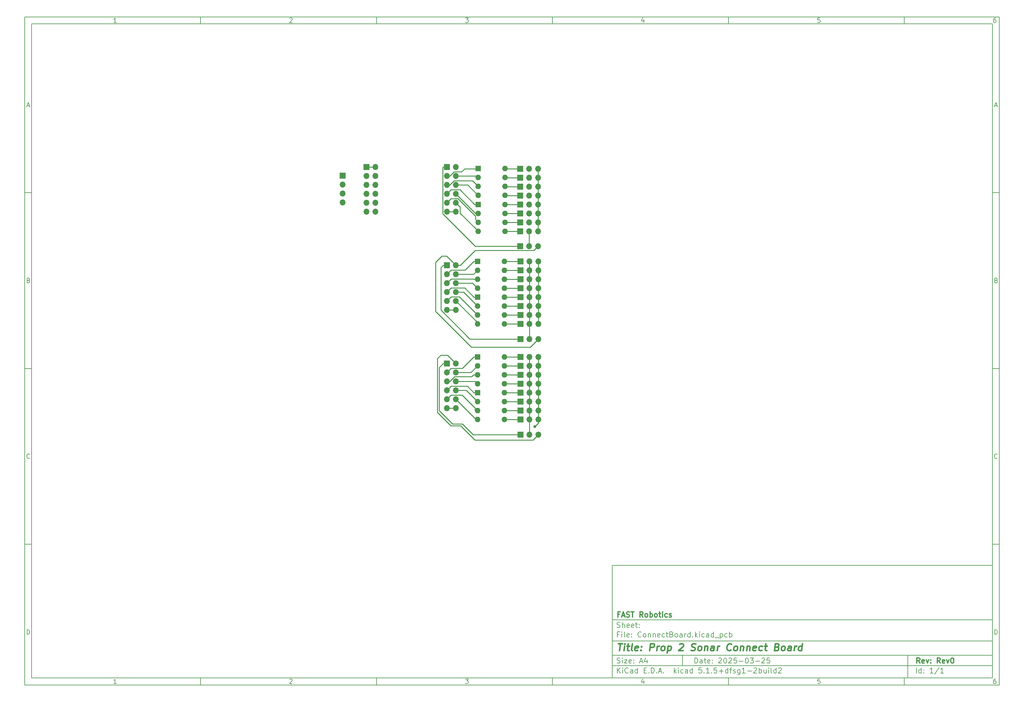
<source format=gbr>
G04 #@! TF.GenerationSoftware,KiCad,Pcbnew,5.1.5+dfsg1-2build2*
G04 #@! TF.CreationDate,2025-03-25T17:45:28-05:00*
G04 #@! TF.ProjectId,ConnectBoard,436f6e6e-6563-4744-926f-6172642e6b69,Rev0*
G04 #@! TF.SameCoordinates,Original*
G04 #@! TF.FileFunction,Copper,L1,Top*
G04 #@! TF.FilePolarity,Positive*
%FSLAX46Y46*%
G04 Gerber Fmt 4.6, Leading zero omitted, Abs format (unit mm)*
G04 Created by KiCad (PCBNEW 5.1.5+dfsg1-2build2) date 2025-03-25 17:45:28*
%MOMM*%
%LPD*%
G04 APERTURE LIST*
%ADD10C,0.100000*%
%ADD11C,0.150000*%
%ADD12C,0.300000*%
%ADD13C,0.400000*%
%ADD14O,1.700000X1.700000*%
%ADD15R,1.700000X1.700000*%
%ADD16O,1.600000X1.600000*%
%ADD17R,1.600000X1.600000*%
%ADD18C,0.800000*%
%ADD19C,0.250000*%
G04 APERTURE END LIST*
D10*
D11*
X177002200Y-166007200D02*
X177002200Y-198007200D01*
X285002200Y-198007200D01*
X285002200Y-166007200D01*
X177002200Y-166007200D01*
D10*
D11*
X10000000Y-10000000D02*
X10000000Y-200007200D01*
X287002200Y-200007200D01*
X287002200Y-10000000D01*
X10000000Y-10000000D01*
D10*
D11*
X12000000Y-12000000D02*
X12000000Y-198007200D01*
X285002200Y-198007200D01*
X285002200Y-12000000D01*
X12000000Y-12000000D01*
D10*
D11*
X60000000Y-12000000D02*
X60000000Y-10000000D01*
D10*
D11*
X110000000Y-12000000D02*
X110000000Y-10000000D01*
D10*
D11*
X160000000Y-12000000D02*
X160000000Y-10000000D01*
D10*
D11*
X210000000Y-12000000D02*
X210000000Y-10000000D01*
D10*
D11*
X260000000Y-12000000D02*
X260000000Y-10000000D01*
D10*
D11*
X36065476Y-11588095D02*
X35322619Y-11588095D01*
X35694047Y-11588095D02*
X35694047Y-10288095D01*
X35570238Y-10473809D01*
X35446428Y-10597619D01*
X35322619Y-10659523D01*
D10*
D11*
X85322619Y-10411904D02*
X85384523Y-10350000D01*
X85508333Y-10288095D01*
X85817857Y-10288095D01*
X85941666Y-10350000D01*
X86003571Y-10411904D01*
X86065476Y-10535714D01*
X86065476Y-10659523D01*
X86003571Y-10845238D01*
X85260714Y-11588095D01*
X86065476Y-11588095D01*
D10*
D11*
X135260714Y-10288095D02*
X136065476Y-10288095D01*
X135632142Y-10783333D01*
X135817857Y-10783333D01*
X135941666Y-10845238D01*
X136003571Y-10907142D01*
X136065476Y-11030952D01*
X136065476Y-11340476D01*
X136003571Y-11464285D01*
X135941666Y-11526190D01*
X135817857Y-11588095D01*
X135446428Y-11588095D01*
X135322619Y-11526190D01*
X135260714Y-11464285D01*
D10*
D11*
X185941666Y-10721428D02*
X185941666Y-11588095D01*
X185632142Y-10226190D02*
X185322619Y-11154761D01*
X186127380Y-11154761D01*
D10*
D11*
X236003571Y-10288095D02*
X235384523Y-10288095D01*
X235322619Y-10907142D01*
X235384523Y-10845238D01*
X235508333Y-10783333D01*
X235817857Y-10783333D01*
X235941666Y-10845238D01*
X236003571Y-10907142D01*
X236065476Y-11030952D01*
X236065476Y-11340476D01*
X236003571Y-11464285D01*
X235941666Y-11526190D01*
X235817857Y-11588095D01*
X235508333Y-11588095D01*
X235384523Y-11526190D01*
X235322619Y-11464285D01*
D10*
D11*
X285941666Y-10288095D02*
X285694047Y-10288095D01*
X285570238Y-10350000D01*
X285508333Y-10411904D01*
X285384523Y-10597619D01*
X285322619Y-10845238D01*
X285322619Y-11340476D01*
X285384523Y-11464285D01*
X285446428Y-11526190D01*
X285570238Y-11588095D01*
X285817857Y-11588095D01*
X285941666Y-11526190D01*
X286003571Y-11464285D01*
X286065476Y-11340476D01*
X286065476Y-11030952D01*
X286003571Y-10907142D01*
X285941666Y-10845238D01*
X285817857Y-10783333D01*
X285570238Y-10783333D01*
X285446428Y-10845238D01*
X285384523Y-10907142D01*
X285322619Y-11030952D01*
D10*
D11*
X60000000Y-198007200D02*
X60000000Y-200007200D01*
D10*
D11*
X110000000Y-198007200D02*
X110000000Y-200007200D01*
D10*
D11*
X160000000Y-198007200D02*
X160000000Y-200007200D01*
D10*
D11*
X210000000Y-198007200D02*
X210000000Y-200007200D01*
D10*
D11*
X260000000Y-198007200D02*
X260000000Y-200007200D01*
D10*
D11*
X36065476Y-199595295D02*
X35322619Y-199595295D01*
X35694047Y-199595295D02*
X35694047Y-198295295D01*
X35570238Y-198481009D01*
X35446428Y-198604819D01*
X35322619Y-198666723D01*
D10*
D11*
X85322619Y-198419104D02*
X85384523Y-198357200D01*
X85508333Y-198295295D01*
X85817857Y-198295295D01*
X85941666Y-198357200D01*
X86003571Y-198419104D01*
X86065476Y-198542914D01*
X86065476Y-198666723D01*
X86003571Y-198852438D01*
X85260714Y-199595295D01*
X86065476Y-199595295D01*
D10*
D11*
X135260714Y-198295295D02*
X136065476Y-198295295D01*
X135632142Y-198790533D01*
X135817857Y-198790533D01*
X135941666Y-198852438D01*
X136003571Y-198914342D01*
X136065476Y-199038152D01*
X136065476Y-199347676D01*
X136003571Y-199471485D01*
X135941666Y-199533390D01*
X135817857Y-199595295D01*
X135446428Y-199595295D01*
X135322619Y-199533390D01*
X135260714Y-199471485D01*
D10*
D11*
X185941666Y-198728628D02*
X185941666Y-199595295D01*
X185632142Y-198233390D02*
X185322619Y-199161961D01*
X186127380Y-199161961D01*
D10*
D11*
X236003571Y-198295295D02*
X235384523Y-198295295D01*
X235322619Y-198914342D01*
X235384523Y-198852438D01*
X235508333Y-198790533D01*
X235817857Y-198790533D01*
X235941666Y-198852438D01*
X236003571Y-198914342D01*
X236065476Y-199038152D01*
X236065476Y-199347676D01*
X236003571Y-199471485D01*
X235941666Y-199533390D01*
X235817857Y-199595295D01*
X235508333Y-199595295D01*
X235384523Y-199533390D01*
X235322619Y-199471485D01*
D10*
D11*
X285941666Y-198295295D02*
X285694047Y-198295295D01*
X285570238Y-198357200D01*
X285508333Y-198419104D01*
X285384523Y-198604819D01*
X285322619Y-198852438D01*
X285322619Y-199347676D01*
X285384523Y-199471485D01*
X285446428Y-199533390D01*
X285570238Y-199595295D01*
X285817857Y-199595295D01*
X285941666Y-199533390D01*
X286003571Y-199471485D01*
X286065476Y-199347676D01*
X286065476Y-199038152D01*
X286003571Y-198914342D01*
X285941666Y-198852438D01*
X285817857Y-198790533D01*
X285570238Y-198790533D01*
X285446428Y-198852438D01*
X285384523Y-198914342D01*
X285322619Y-199038152D01*
D10*
D11*
X10000000Y-60000000D02*
X12000000Y-60000000D01*
D10*
D11*
X10000000Y-110000000D02*
X12000000Y-110000000D01*
D10*
D11*
X10000000Y-160000000D02*
X12000000Y-160000000D01*
D10*
D11*
X10690476Y-35216666D02*
X11309523Y-35216666D01*
X10566666Y-35588095D02*
X11000000Y-34288095D01*
X11433333Y-35588095D01*
D10*
D11*
X11092857Y-84907142D02*
X11278571Y-84969047D01*
X11340476Y-85030952D01*
X11402380Y-85154761D01*
X11402380Y-85340476D01*
X11340476Y-85464285D01*
X11278571Y-85526190D01*
X11154761Y-85588095D01*
X10659523Y-85588095D01*
X10659523Y-84288095D01*
X11092857Y-84288095D01*
X11216666Y-84350000D01*
X11278571Y-84411904D01*
X11340476Y-84535714D01*
X11340476Y-84659523D01*
X11278571Y-84783333D01*
X11216666Y-84845238D01*
X11092857Y-84907142D01*
X10659523Y-84907142D01*
D10*
D11*
X11402380Y-135464285D02*
X11340476Y-135526190D01*
X11154761Y-135588095D01*
X11030952Y-135588095D01*
X10845238Y-135526190D01*
X10721428Y-135402380D01*
X10659523Y-135278571D01*
X10597619Y-135030952D01*
X10597619Y-134845238D01*
X10659523Y-134597619D01*
X10721428Y-134473809D01*
X10845238Y-134350000D01*
X11030952Y-134288095D01*
X11154761Y-134288095D01*
X11340476Y-134350000D01*
X11402380Y-134411904D01*
D10*
D11*
X10659523Y-185588095D02*
X10659523Y-184288095D01*
X10969047Y-184288095D01*
X11154761Y-184350000D01*
X11278571Y-184473809D01*
X11340476Y-184597619D01*
X11402380Y-184845238D01*
X11402380Y-185030952D01*
X11340476Y-185278571D01*
X11278571Y-185402380D01*
X11154761Y-185526190D01*
X10969047Y-185588095D01*
X10659523Y-185588095D01*
D10*
D11*
X287002200Y-60000000D02*
X285002200Y-60000000D01*
D10*
D11*
X287002200Y-110000000D02*
X285002200Y-110000000D01*
D10*
D11*
X287002200Y-160000000D02*
X285002200Y-160000000D01*
D10*
D11*
X285692676Y-35216666D02*
X286311723Y-35216666D01*
X285568866Y-35588095D02*
X286002200Y-34288095D01*
X286435533Y-35588095D01*
D10*
D11*
X286095057Y-84907142D02*
X286280771Y-84969047D01*
X286342676Y-85030952D01*
X286404580Y-85154761D01*
X286404580Y-85340476D01*
X286342676Y-85464285D01*
X286280771Y-85526190D01*
X286156961Y-85588095D01*
X285661723Y-85588095D01*
X285661723Y-84288095D01*
X286095057Y-84288095D01*
X286218866Y-84350000D01*
X286280771Y-84411904D01*
X286342676Y-84535714D01*
X286342676Y-84659523D01*
X286280771Y-84783333D01*
X286218866Y-84845238D01*
X286095057Y-84907142D01*
X285661723Y-84907142D01*
D10*
D11*
X286404580Y-135464285D02*
X286342676Y-135526190D01*
X286156961Y-135588095D01*
X286033152Y-135588095D01*
X285847438Y-135526190D01*
X285723628Y-135402380D01*
X285661723Y-135278571D01*
X285599819Y-135030952D01*
X285599819Y-134845238D01*
X285661723Y-134597619D01*
X285723628Y-134473809D01*
X285847438Y-134350000D01*
X286033152Y-134288095D01*
X286156961Y-134288095D01*
X286342676Y-134350000D01*
X286404580Y-134411904D01*
D10*
D11*
X285661723Y-185588095D02*
X285661723Y-184288095D01*
X285971247Y-184288095D01*
X286156961Y-184350000D01*
X286280771Y-184473809D01*
X286342676Y-184597619D01*
X286404580Y-184845238D01*
X286404580Y-185030952D01*
X286342676Y-185278571D01*
X286280771Y-185402380D01*
X286156961Y-185526190D01*
X285971247Y-185588095D01*
X285661723Y-185588095D01*
D10*
D11*
X200434342Y-193785771D02*
X200434342Y-192285771D01*
X200791485Y-192285771D01*
X201005771Y-192357200D01*
X201148628Y-192500057D01*
X201220057Y-192642914D01*
X201291485Y-192928628D01*
X201291485Y-193142914D01*
X201220057Y-193428628D01*
X201148628Y-193571485D01*
X201005771Y-193714342D01*
X200791485Y-193785771D01*
X200434342Y-193785771D01*
X202577200Y-193785771D02*
X202577200Y-193000057D01*
X202505771Y-192857200D01*
X202362914Y-192785771D01*
X202077200Y-192785771D01*
X201934342Y-192857200D01*
X202577200Y-193714342D02*
X202434342Y-193785771D01*
X202077200Y-193785771D01*
X201934342Y-193714342D01*
X201862914Y-193571485D01*
X201862914Y-193428628D01*
X201934342Y-193285771D01*
X202077200Y-193214342D01*
X202434342Y-193214342D01*
X202577200Y-193142914D01*
X203077200Y-192785771D02*
X203648628Y-192785771D01*
X203291485Y-192285771D02*
X203291485Y-193571485D01*
X203362914Y-193714342D01*
X203505771Y-193785771D01*
X203648628Y-193785771D01*
X204720057Y-193714342D02*
X204577200Y-193785771D01*
X204291485Y-193785771D01*
X204148628Y-193714342D01*
X204077200Y-193571485D01*
X204077200Y-193000057D01*
X204148628Y-192857200D01*
X204291485Y-192785771D01*
X204577200Y-192785771D01*
X204720057Y-192857200D01*
X204791485Y-193000057D01*
X204791485Y-193142914D01*
X204077200Y-193285771D01*
X205434342Y-193642914D02*
X205505771Y-193714342D01*
X205434342Y-193785771D01*
X205362914Y-193714342D01*
X205434342Y-193642914D01*
X205434342Y-193785771D01*
X205434342Y-192857200D02*
X205505771Y-192928628D01*
X205434342Y-193000057D01*
X205362914Y-192928628D01*
X205434342Y-192857200D01*
X205434342Y-193000057D01*
X207220057Y-192428628D02*
X207291485Y-192357200D01*
X207434342Y-192285771D01*
X207791485Y-192285771D01*
X207934342Y-192357200D01*
X208005771Y-192428628D01*
X208077200Y-192571485D01*
X208077200Y-192714342D01*
X208005771Y-192928628D01*
X207148628Y-193785771D01*
X208077200Y-193785771D01*
X209005771Y-192285771D02*
X209148628Y-192285771D01*
X209291485Y-192357200D01*
X209362914Y-192428628D01*
X209434342Y-192571485D01*
X209505771Y-192857200D01*
X209505771Y-193214342D01*
X209434342Y-193500057D01*
X209362914Y-193642914D01*
X209291485Y-193714342D01*
X209148628Y-193785771D01*
X209005771Y-193785771D01*
X208862914Y-193714342D01*
X208791485Y-193642914D01*
X208720057Y-193500057D01*
X208648628Y-193214342D01*
X208648628Y-192857200D01*
X208720057Y-192571485D01*
X208791485Y-192428628D01*
X208862914Y-192357200D01*
X209005771Y-192285771D01*
X210077200Y-192428628D02*
X210148628Y-192357200D01*
X210291485Y-192285771D01*
X210648628Y-192285771D01*
X210791485Y-192357200D01*
X210862914Y-192428628D01*
X210934342Y-192571485D01*
X210934342Y-192714342D01*
X210862914Y-192928628D01*
X210005771Y-193785771D01*
X210934342Y-193785771D01*
X212291485Y-192285771D02*
X211577200Y-192285771D01*
X211505771Y-193000057D01*
X211577200Y-192928628D01*
X211720057Y-192857200D01*
X212077200Y-192857200D01*
X212220057Y-192928628D01*
X212291485Y-193000057D01*
X212362914Y-193142914D01*
X212362914Y-193500057D01*
X212291485Y-193642914D01*
X212220057Y-193714342D01*
X212077200Y-193785771D01*
X211720057Y-193785771D01*
X211577200Y-193714342D01*
X211505771Y-193642914D01*
X213005771Y-193214342D02*
X214148628Y-193214342D01*
X215148628Y-192285771D02*
X215291485Y-192285771D01*
X215434342Y-192357200D01*
X215505771Y-192428628D01*
X215577200Y-192571485D01*
X215648628Y-192857200D01*
X215648628Y-193214342D01*
X215577200Y-193500057D01*
X215505771Y-193642914D01*
X215434342Y-193714342D01*
X215291485Y-193785771D01*
X215148628Y-193785771D01*
X215005771Y-193714342D01*
X214934342Y-193642914D01*
X214862914Y-193500057D01*
X214791485Y-193214342D01*
X214791485Y-192857200D01*
X214862914Y-192571485D01*
X214934342Y-192428628D01*
X215005771Y-192357200D01*
X215148628Y-192285771D01*
X216148628Y-192285771D02*
X217077200Y-192285771D01*
X216577200Y-192857200D01*
X216791485Y-192857200D01*
X216934342Y-192928628D01*
X217005771Y-193000057D01*
X217077200Y-193142914D01*
X217077200Y-193500057D01*
X217005771Y-193642914D01*
X216934342Y-193714342D01*
X216791485Y-193785771D01*
X216362914Y-193785771D01*
X216220057Y-193714342D01*
X216148628Y-193642914D01*
X217720057Y-193214342D02*
X218862914Y-193214342D01*
X219505771Y-192428628D02*
X219577200Y-192357200D01*
X219720057Y-192285771D01*
X220077200Y-192285771D01*
X220220057Y-192357200D01*
X220291485Y-192428628D01*
X220362914Y-192571485D01*
X220362914Y-192714342D01*
X220291485Y-192928628D01*
X219434342Y-193785771D01*
X220362914Y-193785771D01*
X221720057Y-192285771D02*
X221005771Y-192285771D01*
X220934342Y-193000057D01*
X221005771Y-192928628D01*
X221148628Y-192857200D01*
X221505771Y-192857200D01*
X221648628Y-192928628D01*
X221720057Y-193000057D01*
X221791485Y-193142914D01*
X221791485Y-193500057D01*
X221720057Y-193642914D01*
X221648628Y-193714342D01*
X221505771Y-193785771D01*
X221148628Y-193785771D01*
X221005771Y-193714342D01*
X220934342Y-193642914D01*
D10*
D11*
X177002200Y-194507200D02*
X285002200Y-194507200D01*
D10*
D11*
X178434342Y-196585771D02*
X178434342Y-195085771D01*
X179291485Y-196585771D02*
X178648628Y-195728628D01*
X179291485Y-195085771D02*
X178434342Y-195942914D01*
X179934342Y-196585771D02*
X179934342Y-195585771D01*
X179934342Y-195085771D02*
X179862914Y-195157200D01*
X179934342Y-195228628D01*
X180005771Y-195157200D01*
X179934342Y-195085771D01*
X179934342Y-195228628D01*
X181505771Y-196442914D02*
X181434342Y-196514342D01*
X181220057Y-196585771D01*
X181077200Y-196585771D01*
X180862914Y-196514342D01*
X180720057Y-196371485D01*
X180648628Y-196228628D01*
X180577200Y-195942914D01*
X180577200Y-195728628D01*
X180648628Y-195442914D01*
X180720057Y-195300057D01*
X180862914Y-195157200D01*
X181077200Y-195085771D01*
X181220057Y-195085771D01*
X181434342Y-195157200D01*
X181505771Y-195228628D01*
X182791485Y-196585771D02*
X182791485Y-195800057D01*
X182720057Y-195657200D01*
X182577200Y-195585771D01*
X182291485Y-195585771D01*
X182148628Y-195657200D01*
X182791485Y-196514342D02*
X182648628Y-196585771D01*
X182291485Y-196585771D01*
X182148628Y-196514342D01*
X182077200Y-196371485D01*
X182077200Y-196228628D01*
X182148628Y-196085771D01*
X182291485Y-196014342D01*
X182648628Y-196014342D01*
X182791485Y-195942914D01*
X184148628Y-196585771D02*
X184148628Y-195085771D01*
X184148628Y-196514342D02*
X184005771Y-196585771D01*
X183720057Y-196585771D01*
X183577200Y-196514342D01*
X183505771Y-196442914D01*
X183434342Y-196300057D01*
X183434342Y-195871485D01*
X183505771Y-195728628D01*
X183577200Y-195657200D01*
X183720057Y-195585771D01*
X184005771Y-195585771D01*
X184148628Y-195657200D01*
X186005771Y-195800057D02*
X186505771Y-195800057D01*
X186720057Y-196585771D02*
X186005771Y-196585771D01*
X186005771Y-195085771D01*
X186720057Y-195085771D01*
X187362914Y-196442914D02*
X187434342Y-196514342D01*
X187362914Y-196585771D01*
X187291485Y-196514342D01*
X187362914Y-196442914D01*
X187362914Y-196585771D01*
X188077200Y-196585771D02*
X188077200Y-195085771D01*
X188434342Y-195085771D01*
X188648628Y-195157200D01*
X188791485Y-195300057D01*
X188862914Y-195442914D01*
X188934342Y-195728628D01*
X188934342Y-195942914D01*
X188862914Y-196228628D01*
X188791485Y-196371485D01*
X188648628Y-196514342D01*
X188434342Y-196585771D01*
X188077200Y-196585771D01*
X189577200Y-196442914D02*
X189648628Y-196514342D01*
X189577200Y-196585771D01*
X189505771Y-196514342D01*
X189577200Y-196442914D01*
X189577200Y-196585771D01*
X190220057Y-196157200D02*
X190934342Y-196157200D01*
X190077200Y-196585771D02*
X190577200Y-195085771D01*
X191077200Y-196585771D01*
X191577200Y-196442914D02*
X191648628Y-196514342D01*
X191577200Y-196585771D01*
X191505771Y-196514342D01*
X191577200Y-196442914D01*
X191577200Y-196585771D01*
X194577200Y-196585771D02*
X194577200Y-195085771D01*
X194720057Y-196014342D02*
X195148628Y-196585771D01*
X195148628Y-195585771D02*
X194577200Y-196157200D01*
X195791485Y-196585771D02*
X195791485Y-195585771D01*
X195791485Y-195085771D02*
X195720057Y-195157200D01*
X195791485Y-195228628D01*
X195862914Y-195157200D01*
X195791485Y-195085771D01*
X195791485Y-195228628D01*
X197148628Y-196514342D02*
X197005771Y-196585771D01*
X196720057Y-196585771D01*
X196577200Y-196514342D01*
X196505771Y-196442914D01*
X196434342Y-196300057D01*
X196434342Y-195871485D01*
X196505771Y-195728628D01*
X196577200Y-195657200D01*
X196720057Y-195585771D01*
X197005771Y-195585771D01*
X197148628Y-195657200D01*
X198434342Y-196585771D02*
X198434342Y-195800057D01*
X198362914Y-195657200D01*
X198220057Y-195585771D01*
X197934342Y-195585771D01*
X197791485Y-195657200D01*
X198434342Y-196514342D02*
X198291485Y-196585771D01*
X197934342Y-196585771D01*
X197791485Y-196514342D01*
X197720057Y-196371485D01*
X197720057Y-196228628D01*
X197791485Y-196085771D01*
X197934342Y-196014342D01*
X198291485Y-196014342D01*
X198434342Y-195942914D01*
X199791485Y-196585771D02*
X199791485Y-195085771D01*
X199791485Y-196514342D02*
X199648628Y-196585771D01*
X199362914Y-196585771D01*
X199220057Y-196514342D01*
X199148628Y-196442914D01*
X199077200Y-196300057D01*
X199077200Y-195871485D01*
X199148628Y-195728628D01*
X199220057Y-195657200D01*
X199362914Y-195585771D01*
X199648628Y-195585771D01*
X199791485Y-195657200D01*
X202362914Y-195085771D02*
X201648628Y-195085771D01*
X201577200Y-195800057D01*
X201648628Y-195728628D01*
X201791485Y-195657200D01*
X202148628Y-195657200D01*
X202291485Y-195728628D01*
X202362914Y-195800057D01*
X202434342Y-195942914D01*
X202434342Y-196300057D01*
X202362914Y-196442914D01*
X202291485Y-196514342D01*
X202148628Y-196585771D01*
X201791485Y-196585771D01*
X201648628Y-196514342D01*
X201577200Y-196442914D01*
X203077200Y-196442914D02*
X203148628Y-196514342D01*
X203077200Y-196585771D01*
X203005771Y-196514342D01*
X203077200Y-196442914D01*
X203077200Y-196585771D01*
X204577200Y-196585771D02*
X203720057Y-196585771D01*
X204148628Y-196585771D02*
X204148628Y-195085771D01*
X204005771Y-195300057D01*
X203862914Y-195442914D01*
X203720057Y-195514342D01*
X205220057Y-196442914D02*
X205291485Y-196514342D01*
X205220057Y-196585771D01*
X205148628Y-196514342D01*
X205220057Y-196442914D01*
X205220057Y-196585771D01*
X206648628Y-195085771D02*
X205934342Y-195085771D01*
X205862914Y-195800057D01*
X205934342Y-195728628D01*
X206077200Y-195657200D01*
X206434342Y-195657200D01*
X206577200Y-195728628D01*
X206648628Y-195800057D01*
X206720057Y-195942914D01*
X206720057Y-196300057D01*
X206648628Y-196442914D01*
X206577200Y-196514342D01*
X206434342Y-196585771D01*
X206077200Y-196585771D01*
X205934342Y-196514342D01*
X205862914Y-196442914D01*
X207362914Y-196014342D02*
X208505771Y-196014342D01*
X207934342Y-196585771D02*
X207934342Y-195442914D01*
X209862914Y-196585771D02*
X209862914Y-195085771D01*
X209862914Y-196514342D02*
X209720057Y-196585771D01*
X209434342Y-196585771D01*
X209291485Y-196514342D01*
X209220057Y-196442914D01*
X209148628Y-196300057D01*
X209148628Y-195871485D01*
X209220057Y-195728628D01*
X209291485Y-195657200D01*
X209434342Y-195585771D01*
X209720057Y-195585771D01*
X209862914Y-195657200D01*
X210362914Y-195585771D02*
X210934342Y-195585771D01*
X210577200Y-196585771D02*
X210577200Y-195300057D01*
X210648628Y-195157200D01*
X210791485Y-195085771D01*
X210934342Y-195085771D01*
X211362914Y-196514342D02*
X211505771Y-196585771D01*
X211791485Y-196585771D01*
X211934342Y-196514342D01*
X212005771Y-196371485D01*
X212005771Y-196300057D01*
X211934342Y-196157200D01*
X211791485Y-196085771D01*
X211577200Y-196085771D01*
X211434342Y-196014342D01*
X211362914Y-195871485D01*
X211362914Y-195800057D01*
X211434342Y-195657200D01*
X211577200Y-195585771D01*
X211791485Y-195585771D01*
X211934342Y-195657200D01*
X213291485Y-195585771D02*
X213291485Y-196800057D01*
X213220057Y-196942914D01*
X213148628Y-197014342D01*
X213005771Y-197085771D01*
X212791485Y-197085771D01*
X212648628Y-197014342D01*
X213291485Y-196514342D02*
X213148628Y-196585771D01*
X212862914Y-196585771D01*
X212720057Y-196514342D01*
X212648628Y-196442914D01*
X212577200Y-196300057D01*
X212577200Y-195871485D01*
X212648628Y-195728628D01*
X212720057Y-195657200D01*
X212862914Y-195585771D01*
X213148628Y-195585771D01*
X213291485Y-195657200D01*
X214791485Y-196585771D02*
X213934342Y-196585771D01*
X214362914Y-196585771D02*
X214362914Y-195085771D01*
X214220057Y-195300057D01*
X214077200Y-195442914D01*
X213934342Y-195514342D01*
X215434342Y-196014342D02*
X216577200Y-196014342D01*
X217220057Y-195228628D02*
X217291485Y-195157200D01*
X217434342Y-195085771D01*
X217791485Y-195085771D01*
X217934342Y-195157200D01*
X218005771Y-195228628D01*
X218077200Y-195371485D01*
X218077200Y-195514342D01*
X218005771Y-195728628D01*
X217148628Y-196585771D01*
X218077200Y-196585771D01*
X218720057Y-196585771D02*
X218720057Y-195085771D01*
X218720057Y-195657200D02*
X218862914Y-195585771D01*
X219148628Y-195585771D01*
X219291485Y-195657200D01*
X219362914Y-195728628D01*
X219434342Y-195871485D01*
X219434342Y-196300057D01*
X219362914Y-196442914D01*
X219291485Y-196514342D01*
X219148628Y-196585771D01*
X218862914Y-196585771D01*
X218720057Y-196514342D01*
X220720057Y-195585771D02*
X220720057Y-196585771D01*
X220077200Y-195585771D02*
X220077200Y-196371485D01*
X220148628Y-196514342D01*
X220291485Y-196585771D01*
X220505771Y-196585771D01*
X220648628Y-196514342D01*
X220720057Y-196442914D01*
X221434342Y-196585771D02*
X221434342Y-195585771D01*
X221434342Y-195085771D02*
X221362914Y-195157200D01*
X221434342Y-195228628D01*
X221505771Y-195157200D01*
X221434342Y-195085771D01*
X221434342Y-195228628D01*
X222362914Y-196585771D02*
X222220057Y-196514342D01*
X222148628Y-196371485D01*
X222148628Y-195085771D01*
X223577200Y-196585771D02*
X223577200Y-195085771D01*
X223577200Y-196514342D02*
X223434342Y-196585771D01*
X223148628Y-196585771D01*
X223005771Y-196514342D01*
X222934342Y-196442914D01*
X222862914Y-196300057D01*
X222862914Y-195871485D01*
X222934342Y-195728628D01*
X223005771Y-195657200D01*
X223148628Y-195585771D01*
X223434342Y-195585771D01*
X223577200Y-195657200D01*
X224220057Y-195228628D02*
X224291485Y-195157200D01*
X224434342Y-195085771D01*
X224791485Y-195085771D01*
X224934342Y-195157200D01*
X225005771Y-195228628D01*
X225077200Y-195371485D01*
X225077200Y-195514342D01*
X225005771Y-195728628D01*
X224148628Y-196585771D01*
X225077200Y-196585771D01*
D10*
D11*
X177002200Y-191507200D02*
X285002200Y-191507200D01*
D10*
D12*
X264411485Y-193785771D02*
X263911485Y-193071485D01*
X263554342Y-193785771D02*
X263554342Y-192285771D01*
X264125771Y-192285771D01*
X264268628Y-192357200D01*
X264340057Y-192428628D01*
X264411485Y-192571485D01*
X264411485Y-192785771D01*
X264340057Y-192928628D01*
X264268628Y-193000057D01*
X264125771Y-193071485D01*
X263554342Y-193071485D01*
X265625771Y-193714342D02*
X265482914Y-193785771D01*
X265197200Y-193785771D01*
X265054342Y-193714342D01*
X264982914Y-193571485D01*
X264982914Y-193000057D01*
X265054342Y-192857200D01*
X265197200Y-192785771D01*
X265482914Y-192785771D01*
X265625771Y-192857200D01*
X265697200Y-193000057D01*
X265697200Y-193142914D01*
X264982914Y-193285771D01*
X266197200Y-192785771D02*
X266554342Y-193785771D01*
X266911485Y-192785771D01*
X267482914Y-193642914D02*
X267554342Y-193714342D01*
X267482914Y-193785771D01*
X267411485Y-193714342D01*
X267482914Y-193642914D01*
X267482914Y-193785771D01*
X267482914Y-192857200D02*
X267554342Y-192928628D01*
X267482914Y-193000057D01*
X267411485Y-192928628D01*
X267482914Y-192857200D01*
X267482914Y-193000057D01*
X270197200Y-193785771D02*
X269697200Y-193071485D01*
X269340057Y-193785771D02*
X269340057Y-192285771D01*
X269911485Y-192285771D01*
X270054342Y-192357200D01*
X270125771Y-192428628D01*
X270197200Y-192571485D01*
X270197200Y-192785771D01*
X270125771Y-192928628D01*
X270054342Y-193000057D01*
X269911485Y-193071485D01*
X269340057Y-193071485D01*
X271411485Y-193714342D02*
X271268628Y-193785771D01*
X270982914Y-193785771D01*
X270840057Y-193714342D01*
X270768628Y-193571485D01*
X270768628Y-193000057D01*
X270840057Y-192857200D01*
X270982914Y-192785771D01*
X271268628Y-192785771D01*
X271411485Y-192857200D01*
X271482914Y-193000057D01*
X271482914Y-193142914D01*
X270768628Y-193285771D01*
X271982914Y-192785771D02*
X272340057Y-193785771D01*
X272697200Y-192785771D01*
X273554342Y-192285771D02*
X273697200Y-192285771D01*
X273840057Y-192357200D01*
X273911485Y-192428628D01*
X273982914Y-192571485D01*
X274054342Y-192857200D01*
X274054342Y-193214342D01*
X273982914Y-193500057D01*
X273911485Y-193642914D01*
X273840057Y-193714342D01*
X273697200Y-193785771D01*
X273554342Y-193785771D01*
X273411485Y-193714342D01*
X273340057Y-193642914D01*
X273268628Y-193500057D01*
X273197200Y-193214342D01*
X273197200Y-192857200D01*
X273268628Y-192571485D01*
X273340057Y-192428628D01*
X273411485Y-192357200D01*
X273554342Y-192285771D01*
D10*
D11*
X178362914Y-193714342D02*
X178577200Y-193785771D01*
X178934342Y-193785771D01*
X179077200Y-193714342D01*
X179148628Y-193642914D01*
X179220057Y-193500057D01*
X179220057Y-193357200D01*
X179148628Y-193214342D01*
X179077200Y-193142914D01*
X178934342Y-193071485D01*
X178648628Y-193000057D01*
X178505771Y-192928628D01*
X178434342Y-192857200D01*
X178362914Y-192714342D01*
X178362914Y-192571485D01*
X178434342Y-192428628D01*
X178505771Y-192357200D01*
X178648628Y-192285771D01*
X179005771Y-192285771D01*
X179220057Y-192357200D01*
X179862914Y-193785771D02*
X179862914Y-192785771D01*
X179862914Y-192285771D02*
X179791485Y-192357200D01*
X179862914Y-192428628D01*
X179934342Y-192357200D01*
X179862914Y-192285771D01*
X179862914Y-192428628D01*
X180434342Y-192785771D02*
X181220057Y-192785771D01*
X180434342Y-193785771D01*
X181220057Y-193785771D01*
X182362914Y-193714342D02*
X182220057Y-193785771D01*
X181934342Y-193785771D01*
X181791485Y-193714342D01*
X181720057Y-193571485D01*
X181720057Y-193000057D01*
X181791485Y-192857200D01*
X181934342Y-192785771D01*
X182220057Y-192785771D01*
X182362914Y-192857200D01*
X182434342Y-193000057D01*
X182434342Y-193142914D01*
X181720057Y-193285771D01*
X183077200Y-193642914D02*
X183148628Y-193714342D01*
X183077200Y-193785771D01*
X183005771Y-193714342D01*
X183077200Y-193642914D01*
X183077200Y-193785771D01*
X183077200Y-192857200D02*
X183148628Y-192928628D01*
X183077200Y-193000057D01*
X183005771Y-192928628D01*
X183077200Y-192857200D01*
X183077200Y-193000057D01*
X184862914Y-193357200D02*
X185577200Y-193357200D01*
X184720057Y-193785771D02*
X185220057Y-192285771D01*
X185720057Y-193785771D01*
X186862914Y-192785771D02*
X186862914Y-193785771D01*
X186505771Y-192214342D02*
X186148628Y-193285771D01*
X187077200Y-193285771D01*
D10*
D11*
X263434342Y-196585771D02*
X263434342Y-195085771D01*
X264791485Y-196585771D02*
X264791485Y-195085771D01*
X264791485Y-196514342D02*
X264648628Y-196585771D01*
X264362914Y-196585771D01*
X264220057Y-196514342D01*
X264148628Y-196442914D01*
X264077200Y-196300057D01*
X264077200Y-195871485D01*
X264148628Y-195728628D01*
X264220057Y-195657200D01*
X264362914Y-195585771D01*
X264648628Y-195585771D01*
X264791485Y-195657200D01*
X265505771Y-196442914D02*
X265577200Y-196514342D01*
X265505771Y-196585771D01*
X265434342Y-196514342D01*
X265505771Y-196442914D01*
X265505771Y-196585771D01*
X265505771Y-195657200D02*
X265577200Y-195728628D01*
X265505771Y-195800057D01*
X265434342Y-195728628D01*
X265505771Y-195657200D01*
X265505771Y-195800057D01*
X268148628Y-196585771D02*
X267291485Y-196585771D01*
X267720057Y-196585771D02*
X267720057Y-195085771D01*
X267577200Y-195300057D01*
X267434342Y-195442914D01*
X267291485Y-195514342D01*
X269862914Y-195014342D02*
X268577200Y-196942914D01*
X271148628Y-196585771D02*
X270291485Y-196585771D01*
X270720057Y-196585771D02*
X270720057Y-195085771D01*
X270577200Y-195300057D01*
X270434342Y-195442914D01*
X270291485Y-195514342D01*
D10*
D11*
X177002200Y-187507200D02*
X285002200Y-187507200D01*
D10*
D13*
X178714580Y-188211961D02*
X179857438Y-188211961D01*
X179036009Y-190211961D02*
X179286009Y-188211961D01*
X180274104Y-190211961D02*
X180440771Y-188878628D01*
X180524104Y-188211961D02*
X180416961Y-188307200D01*
X180500295Y-188402438D01*
X180607438Y-188307200D01*
X180524104Y-188211961D01*
X180500295Y-188402438D01*
X181107438Y-188878628D02*
X181869342Y-188878628D01*
X181476485Y-188211961D02*
X181262200Y-189926247D01*
X181333628Y-190116723D01*
X181512200Y-190211961D01*
X181702676Y-190211961D01*
X182655057Y-190211961D02*
X182476485Y-190116723D01*
X182405057Y-189926247D01*
X182619342Y-188211961D01*
X184190771Y-190116723D02*
X183988390Y-190211961D01*
X183607438Y-190211961D01*
X183428866Y-190116723D01*
X183357438Y-189926247D01*
X183452676Y-189164342D01*
X183571723Y-188973866D01*
X183774104Y-188878628D01*
X184155057Y-188878628D01*
X184333628Y-188973866D01*
X184405057Y-189164342D01*
X184381247Y-189354819D01*
X183405057Y-189545295D01*
X185155057Y-190021485D02*
X185238390Y-190116723D01*
X185131247Y-190211961D01*
X185047914Y-190116723D01*
X185155057Y-190021485D01*
X185131247Y-190211961D01*
X185286009Y-188973866D02*
X185369342Y-189069104D01*
X185262200Y-189164342D01*
X185178866Y-189069104D01*
X185286009Y-188973866D01*
X185262200Y-189164342D01*
X187607438Y-190211961D02*
X187857438Y-188211961D01*
X188619342Y-188211961D01*
X188797914Y-188307200D01*
X188881247Y-188402438D01*
X188952676Y-188592914D01*
X188916961Y-188878628D01*
X188797914Y-189069104D01*
X188690771Y-189164342D01*
X188488390Y-189259580D01*
X187726485Y-189259580D01*
X189607438Y-190211961D02*
X189774104Y-188878628D01*
X189726485Y-189259580D02*
X189845533Y-189069104D01*
X189952676Y-188973866D01*
X190155057Y-188878628D01*
X190345533Y-188878628D01*
X191131247Y-190211961D02*
X190952676Y-190116723D01*
X190869342Y-190021485D01*
X190797914Y-189831009D01*
X190869342Y-189259580D01*
X190988390Y-189069104D01*
X191095533Y-188973866D01*
X191297914Y-188878628D01*
X191583628Y-188878628D01*
X191762200Y-188973866D01*
X191845533Y-189069104D01*
X191916961Y-189259580D01*
X191845533Y-189831009D01*
X191726485Y-190021485D01*
X191619342Y-190116723D01*
X191416961Y-190211961D01*
X191131247Y-190211961D01*
X192821723Y-188878628D02*
X192571723Y-190878628D01*
X192809819Y-188973866D02*
X193012200Y-188878628D01*
X193393152Y-188878628D01*
X193571723Y-188973866D01*
X193655057Y-189069104D01*
X193726485Y-189259580D01*
X193655057Y-189831009D01*
X193536009Y-190021485D01*
X193428866Y-190116723D01*
X193226485Y-190211961D01*
X192845533Y-190211961D01*
X192666961Y-190116723D01*
X196119342Y-188402438D02*
X196226485Y-188307200D01*
X196428866Y-188211961D01*
X196905057Y-188211961D01*
X197083628Y-188307200D01*
X197166961Y-188402438D01*
X197238390Y-188592914D01*
X197214580Y-188783390D01*
X197083628Y-189069104D01*
X195797914Y-190211961D01*
X197036009Y-190211961D01*
X199333628Y-190116723D02*
X199607438Y-190211961D01*
X200083628Y-190211961D01*
X200286009Y-190116723D01*
X200393152Y-190021485D01*
X200512200Y-189831009D01*
X200536009Y-189640533D01*
X200464580Y-189450057D01*
X200381247Y-189354819D01*
X200202676Y-189259580D01*
X199833628Y-189164342D01*
X199655057Y-189069104D01*
X199571723Y-188973866D01*
X199500295Y-188783390D01*
X199524104Y-188592914D01*
X199643152Y-188402438D01*
X199750295Y-188307200D01*
X199952676Y-188211961D01*
X200428866Y-188211961D01*
X200702676Y-188307200D01*
X201607438Y-190211961D02*
X201428866Y-190116723D01*
X201345533Y-190021485D01*
X201274104Y-189831009D01*
X201345533Y-189259580D01*
X201464580Y-189069104D01*
X201571723Y-188973866D01*
X201774104Y-188878628D01*
X202059819Y-188878628D01*
X202238390Y-188973866D01*
X202321723Y-189069104D01*
X202393152Y-189259580D01*
X202321723Y-189831009D01*
X202202676Y-190021485D01*
X202095533Y-190116723D01*
X201893152Y-190211961D01*
X201607438Y-190211961D01*
X203297914Y-188878628D02*
X203131247Y-190211961D01*
X203274104Y-189069104D02*
X203381247Y-188973866D01*
X203583628Y-188878628D01*
X203869342Y-188878628D01*
X204047914Y-188973866D01*
X204119342Y-189164342D01*
X203988390Y-190211961D01*
X205797914Y-190211961D02*
X205928866Y-189164342D01*
X205857438Y-188973866D01*
X205678866Y-188878628D01*
X205297914Y-188878628D01*
X205095533Y-188973866D01*
X205809819Y-190116723D02*
X205607438Y-190211961D01*
X205131247Y-190211961D01*
X204952676Y-190116723D01*
X204881247Y-189926247D01*
X204905057Y-189735771D01*
X205024104Y-189545295D01*
X205226485Y-189450057D01*
X205702676Y-189450057D01*
X205905057Y-189354819D01*
X206750295Y-190211961D02*
X206916961Y-188878628D01*
X206869342Y-189259580D02*
X206988390Y-189069104D01*
X207095533Y-188973866D01*
X207297914Y-188878628D01*
X207488390Y-188878628D01*
X210678866Y-190021485D02*
X210571723Y-190116723D01*
X210274104Y-190211961D01*
X210083628Y-190211961D01*
X209809819Y-190116723D01*
X209643152Y-189926247D01*
X209571723Y-189735771D01*
X209524104Y-189354819D01*
X209559819Y-189069104D01*
X209702676Y-188688152D01*
X209821723Y-188497676D01*
X210036009Y-188307200D01*
X210333628Y-188211961D01*
X210524104Y-188211961D01*
X210797914Y-188307200D01*
X210881247Y-188402438D01*
X211797914Y-190211961D02*
X211619342Y-190116723D01*
X211536009Y-190021485D01*
X211464580Y-189831009D01*
X211536009Y-189259580D01*
X211655057Y-189069104D01*
X211762200Y-188973866D01*
X211964580Y-188878628D01*
X212250295Y-188878628D01*
X212428866Y-188973866D01*
X212512200Y-189069104D01*
X212583628Y-189259580D01*
X212512200Y-189831009D01*
X212393152Y-190021485D01*
X212286009Y-190116723D01*
X212083628Y-190211961D01*
X211797914Y-190211961D01*
X213488390Y-188878628D02*
X213321723Y-190211961D01*
X213464580Y-189069104D02*
X213571723Y-188973866D01*
X213774104Y-188878628D01*
X214059819Y-188878628D01*
X214238390Y-188973866D01*
X214309819Y-189164342D01*
X214178866Y-190211961D01*
X215297914Y-188878628D02*
X215131247Y-190211961D01*
X215274104Y-189069104D02*
X215381247Y-188973866D01*
X215583628Y-188878628D01*
X215869342Y-188878628D01*
X216047914Y-188973866D01*
X216119342Y-189164342D01*
X215988390Y-190211961D01*
X217714580Y-190116723D02*
X217512200Y-190211961D01*
X217131247Y-190211961D01*
X216952676Y-190116723D01*
X216881247Y-189926247D01*
X216976485Y-189164342D01*
X217095533Y-188973866D01*
X217297914Y-188878628D01*
X217678866Y-188878628D01*
X217857438Y-188973866D01*
X217928866Y-189164342D01*
X217905057Y-189354819D01*
X216928866Y-189545295D01*
X219524104Y-190116723D02*
X219321723Y-190211961D01*
X218940771Y-190211961D01*
X218762200Y-190116723D01*
X218678866Y-190021485D01*
X218607438Y-189831009D01*
X218678866Y-189259580D01*
X218797914Y-189069104D01*
X218905057Y-188973866D01*
X219107438Y-188878628D01*
X219488390Y-188878628D01*
X219666961Y-188973866D01*
X220250295Y-188878628D02*
X221012200Y-188878628D01*
X220619342Y-188211961D02*
X220405057Y-189926247D01*
X220476485Y-190116723D01*
X220655057Y-190211961D01*
X220845533Y-190211961D01*
X223833628Y-189164342D02*
X224107438Y-189259580D01*
X224190771Y-189354819D01*
X224262200Y-189545295D01*
X224226485Y-189831009D01*
X224107438Y-190021485D01*
X224000295Y-190116723D01*
X223797914Y-190211961D01*
X223036009Y-190211961D01*
X223286009Y-188211961D01*
X223952676Y-188211961D01*
X224131247Y-188307200D01*
X224214580Y-188402438D01*
X224286009Y-188592914D01*
X224262200Y-188783390D01*
X224143152Y-188973866D01*
X224036009Y-189069104D01*
X223833628Y-189164342D01*
X223166961Y-189164342D01*
X225321723Y-190211961D02*
X225143152Y-190116723D01*
X225059819Y-190021485D01*
X224988390Y-189831009D01*
X225059819Y-189259580D01*
X225178866Y-189069104D01*
X225286009Y-188973866D01*
X225488390Y-188878628D01*
X225774104Y-188878628D01*
X225952676Y-188973866D01*
X226036009Y-189069104D01*
X226107438Y-189259580D01*
X226036009Y-189831009D01*
X225916961Y-190021485D01*
X225809819Y-190116723D01*
X225607438Y-190211961D01*
X225321723Y-190211961D01*
X227702676Y-190211961D02*
X227833628Y-189164342D01*
X227762200Y-188973866D01*
X227583628Y-188878628D01*
X227202676Y-188878628D01*
X227000295Y-188973866D01*
X227714580Y-190116723D02*
X227512200Y-190211961D01*
X227036009Y-190211961D01*
X226857438Y-190116723D01*
X226786009Y-189926247D01*
X226809819Y-189735771D01*
X226928866Y-189545295D01*
X227131247Y-189450057D01*
X227607438Y-189450057D01*
X227809819Y-189354819D01*
X228655057Y-190211961D02*
X228821723Y-188878628D01*
X228774104Y-189259580D02*
X228893152Y-189069104D01*
X229000295Y-188973866D01*
X229202676Y-188878628D01*
X229393152Y-188878628D01*
X230750295Y-190211961D02*
X231000295Y-188211961D01*
X230762200Y-190116723D02*
X230559819Y-190211961D01*
X230178866Y-190211961D01*
X230000295Y-190116723D01*
X229916961Y-190021485D01*
X229845533Y-189831009D01*
X229916961Y-189259580D01*
X230036009Y-189069104D01*
X230143152Y-188973866D01*
X230345533Y-188878628D01*
X230726485Y-188878628D01*
X230905057Y-188973866D01*
D10*
D11*
X178934342Y-185600057D02*
X178434342Y-185600057D01*
X178434342Y-186385771D02*
X178434342Y-184885771D01*
X179148628Y-184885771D01*
X179720057Y-186385771D02*
X179720057Y-185385771D01*
X179720057Y-184885771D02*
X179648628Y-184957200D01*
X179720057Y-185028628D01*
X179791485Y-184957200D01*
X179720057Y-184885771D01*
X179720057Y-185028628D01*
X180648628Y-186385771D02*
X180505771Y-186314342D01*
X180434342Y-186171485D01*
X180434342Y-184885771D01*
X181791485Y-186314342D02*
X181648628Y-186385771D01*
X181362914Y-186385771D01*
X181220057Y-186314342D01*
X181148628Y-186171485D01*
X181148628Y-185600057D01*
X181220057Y-185457200D01*
X181362914Y-185385771D01*
X181648628Y-185385771D01*
X181791485Y-185457200D01*
X181862914Y-185600057D01*
X181862914Y-185742914D01*
X181148628Y-185885771D01*
X182505771Y-186242914D02*
X182577200Y-186314342D01*
X182505771Y-186385771D01*
X182434342Y-186314342D01*
X182505771Y-186242914D01*
X182505771Y-186385771D01*
X182505771Y-185457200D02*
X182577200Y-185528628D01*
X182505771Y-185600057D01*
X182434342Y-185528628D01*
X182505771Y-185457200D01*
X182505771Y-185600057D01*
X185220057Y-186242914D02*
X185148628Y-186314342D01*
X184934342Y-186385771D01*
X184791485Y-186385771D01*
X184577200Y-186314342D01*
X184434342Y-186171485D01*
X184362914Y-186028628D01*
X184291485Y-185742914D01*
X184291485Y-185528628D01*
X184362914Y-185242914D01*
X184434342Y-185100057D01*
X184577200Y-184957200D01*
X184791485Y-184885771D01*
X184934342Y-184885771D01*
X185148628Y-184957200D01*
X185220057Y-185028628D01*
X186077200Y-186385771D02*
X185934342Y-186314342D01*
X185862914Y-186242914D01*
X185791485Y-186100057D01*
X185791485Y-185671485D01*
X185862914Y-185528628D01*
X185934342Y-185457200D01*
X186077200Y-185385771D01*
X186291485Y-185385771D01*
X186434342Y-185457200D01*
X186505771Y-185528628D01*
X186577200Y-185671485D01*
X186577200Y-186100057D01*
X186505771Y-186242914D01*
X186434342Y-186314342D01*
X186291485Y-186385771D01*
X186077200Y-186385771D01*
X187220057Y-185385771D02*
X187220057Y-186385771D01*
X187220057Y-185528628D02*
X187291485Y-185457200D01*
X187434342Y-185385771D01*
X187648628Y-185385771D01*
X187791485Y-185457200D01*
X187862914Y-185600057D01*
X187862914Y-186385771D01*
X188577200Y-185385771D02*
X188577200Y-186385771D01*
X188577200Y-185528628D02*
X188648628Y-185457200D01*
X188791485Y-185385771D01*
X189005771Y-185385771D01*
X189148628Y-185457200D01*
X189220057Y-185600057D01*
X189220057Y-186385771D01*
X190505771Y-186314342D02*
X190362914Y-186385771D01*
X190077200Y-186385771D01*
X189934342Y-186314342D01*
X189862914Y-186171485D01*
X189862914Y-185600057D01*
X189934342Y-185457200D01*
X190077200Y-185385771D01*
X190362914Y-185385771D01*
X190505771Y-185457200D01*
X190577200Y-185600057D01*
X190577200Y-185742914D01*
X189862914Y-185885771D01*
X191862914Y-186314342D02*
X191720057Y-186385771D01*
X191434342Y-186385771D01*
X191291485Y-186314342D01*
X191220057Y-186242914D01*
X191148628Y-186100057D01*
X191148628Y-185671485D01*
X191220057Y-185528628D01*
X191291485Y-185457200D01*
X191434342Y-185385771D01*
X191720057Y-185385771D01*
X191862914Y-185457200D01*
X192291485Y-185385771D02*
X192862914Y-185385771D01*
X192505771Y-184885771D02*
X192505771Y-186171485D01*
X192577200Y-186314342D01*
X192720057Y-186385771D01*
X192862914Y-186385771D01*
X193862914Y-185600057D02*
X194077200Y-185671485D01*
X194148628Y-185742914D01*
X194220057Y-185885771D01*
X194220057Y-186100057D01*
X194148628Y-186242914D01*
X194077200Y-186314342D01*
X193934342Y-186385771D01*
X193362914Y-186385771D01*
X193362914Y-184885771D01*
X193862914Y-184885771D01*
X194005771Y-184957200D01*
X194077200Y-185028628D01*
X194148628Y-185171485D01*
X194148628Y-185314342D01*
X194077200Y-185457200D01*
X194005771Y-185528628D01*
X193862914Y-185600057D01*
X193362914Y-185600057D01*
X195077200Y-186385771D02*
X194934342Y-186314342D01*
X194862914Y-186242914D01*
X194791485Y-186100057D01*
X194791485Y-185671485D01*
X194862914Y-185528628D01*
X194934342Y-185457200D01*
X195077200Y-185385771D01*
X195291485Y-185385771D01*
X195434342Y-185457200D01*
X195505771Y-185528628D01*
X195577200Y-185671485D01*
X195577200Y-186100057D01*
X195505771Y-186242914D01*
X195434342Y-186314342D01*
X195291485Y-186385771D01*
X195077200Y-186385771D01*
X196862914Y-186385771D02*
X196862914Y-185600057D01*
X196791485Y-185457200D01*
X196648628Y-185385771D01*
X196362914Y-185385771D01*
X196220057Y-185457200D01*
X196862914Y-186314342D02*
X196720057Y-186385771D01*
X196362914Y-186385771D01*
X196220057Y-186314342D01*
X196148628Y-186171485D01*
X196148628Y-186028628D01*
X196220057Y-185885771D01*
X196362914Y-185814342D01*
X196720057Y-185814342D01*
X196862914Y-185742914D01*
X197577200Y-186385771D02*
X197577200Y-185385771D01*
X197577200Y-185671485D02*
X197648628Y-185528628D01*
X197720057Y-185457200D01*
X197862914Y-185385771D01*
X198005771Y-185385771D01*
X199148628Y-186385771D02*
X199148628Y-184885771D01*
X199148628Y-186314342D02*
X199005771Y-186385771D01*
X198720057Y-186385771D01*
X198577200Y-186314342D01*
X198505771Y-186242914D01*
X198434342Y-186100057D01*
X198434342Y-185671485D01*
X198505771Y-185528628D01*
X198577200Y-185457200D01*
X198720057Y-185385771D01*
X199005771Y-185385771D01*
X199148628Y-185457200D01*
X199862914Y-186242914D02*
X199934342Y-186314342D01*
X199862914Y-186385771D01*
X199791485Y-186314342D01*
X199862914Y-186242914D01*
X199862914Y-186385771D01*
X200577200Y-186385771D02*
X200577200Y-184885771D01*
X200720057Y-185814342D02*
X201148628Y-186385771D01*
X201148628Y-185385771D02*
X200577200Y-185957200D01*
X201791485Y-186385771D02*
X201791485Y-185385771D01*
X201791485Y-184885771D02*
X201720057Y-184957200D01*
X201791485Y-185028628D01*
X201862914Y-184957200D01*
X201791485Y-184885771D01*
X201791485Y-185028628D01*
X203148628Y-186314342D02*
X203005771Y-186385771D01*
X202720057Y-186385771D01*
X202577200Y-186314342D01*
X202505771Y-186242914D01*
X202434342Y-186100057D01*
X202434342Y-185671485D01*
X202505771Y-185528628D01*
X202577200Y-185457200D01*
X202720057Y-185385771D01*
X203005771Y-185385771D01*
X203148628Y-185457200D01*
X204434342Y-186385771D02*
X204434342Y-185600057D01*
X204362914Y-185457200D01*
X204220057Y-185385771D01*
X203934342Y-185385771D01*
X203791485Y-185457200D01*
X204434342Y-186314342D02*
X204291485Y-186385771D01*
X203934342Y-186385771D01*
X203791485Y-186314342D01*
X203720057Y-186171485D01*
X203720057Y-186028628D01*
X203791485Y-185885771D01*
X203934342Y-185814342D01*
X204291485Y-185814342D01*
X204434342Y-185742914D01*
X205791485Y-186385771D02*
X205791485Y-184885771D01*
X205791485Y-186314342D02*
X205648628Y-186385771D01*
X205362914Y-186385771D01*
X205220057Y-186314342D01*
X205148628Y-186242914D01*
X205077200Y-186100057D01*
X205077200Y-185671485D01*
X205148628Y-185528628D01*
X205220057Y-185457200D01*
X205362914Y-185385771D01*
X205648628Y-185385771D01*
X205791485Y-185457200D01*
X206148628Y-186528628D02*
X207291485Y-186528628D01*
X207648628Y-185385771D02*
X207648628Y-186885771D01*
X207648628Y-185457200D02*
X207791485Y-185385771D01*
X208077200Y-185385771D01*
X208220057Y-185457200D01*
X208291485Y-185528628D01*
X208362914Y-185671485D01*
X208362914Y-186100057D01*
X208291485Y-186242914D01*
X208220057Y-186314342D01*
X208077200Y-186385771D01*
X207791485Y-186385771D01*
X207648628Y-186314342D01*
X209648628Y-186314342D02*
X209505771Y-186385771D01*
X209220057Y-186385771D01*
X209077200Y-186314342D01*
X209005771Y-186242914D01*
X208934342Y-186100057D01*
X208934342Y-185671485D01*
X209005771Y-185528628D01*
X209077200Y-185457200D01*
X209220057Y-185385771D01*
X209505771Y-185385771D01*
X209648628Y-185457200D01*
X210291485Y-186385771D02*
X210291485Y-184885771D01*
X210291485Y-185457200D02*
X210434342Y-185385771D01*
X210720057Y-185385771D01*
X210862914Y-185457200D01*
X210934342Y-185528628D01*
X211005771Y-185671485D01*
X211005771Y-186100057D01*
X210934342Y-186242914D01*
X210862914Y-186314342D01*
X210720057Y-186385771D01*
X210434342Y-186385771D01*
X210291485Y-186314342D01*
D10*
D11*
X177002200Y-181507200D02*
X285002200Y-181507200D01*
D10*
D11*
X178362914Y-183614342D02*
X178577200Y-183685771D01*
X178934342Y-183685771D01*
X179077200Y-183614342D01*
X179148628Y-183542914D01*
X179220057Y-183400057D01*
X179220057Y-183257200D01*
X179148628Y-183114342D01*
X179077200Y-183042914D01*
X178934342Y-182971485D01*
X178648628Y-182900057D01*
X178505771Y-182828628D01*
X178434342Y-182757200D01*
X178362914Y-182614342D01*
X178362914Y-182471485D01*
X178434342Y-182328628D01*
X178505771Y-182257200D01*
X178648628Y-182185771D01*
X179005771Y-182185771D01*
X179220057Y-182257200D01*
X179862914Y-183685771D02*
X179862914Y-182185771D01*
X180505771Y-183685771D02*
X180505771Y-182900057D01*
X180434342Y-182757200D01*
X180291485Y-182685771D01*
X180077200Y-182685771D01*
X179934342Y-182757200D01*
X179862914Y-182828628D01*
X181791485Y-183614342D02*
X181648628Y-183685771D01*
X181362914Y-183685771D01*
X181220057Y-183614342D01*
X181148628Y-183471485D01*
X181148628Y-182900057D01*
X181220057Y-182757200D01*
X181362914Y-182685771D01*
X181648628Y-182685771D01*
X181791485Y-182757200D01*
X181862914Y-182900057D01*
X181862914Y-183042914D01*
X181148628Y-183185771D01*
X183077200Y-183614342D02*
X182934342Y-183685771D01*
X182648628Y-183685771D01*
X182505771Y-183614342D01*
X182434342Y-183471485D01*
X182434342Y-182900057D01*
X182505771Y-182757200D01*
X182648628Y-182685771D01*
X182934342Y-182685771D01*
X183077200Y-182757200D01*
X183148628Y-182900057D01*
X183148628Y-183042914D01*
X182434342Y-183185771D01*
X183577200Y-182685771D02*
X184148628Y-182685771D01*
X183791485Y-182185771D02*
X183791485Y-183471485D01*
X183862914Y-183614342D01*
X184005771Y-183685771D01*
X184148628Y-183685771D01*
X184648628Y-183542914D02*
X184720057Y-183614342D01*
X184648628Y-183685771D01*
X184577200Y-183614342D01*
X184648628Y-183542914D01*
X184648628Y-183685771D01*
X184648628Y-182757200D02*
X184720057Y-182828628D01*
X184648628Y-182900057D01*
X184577200Y-182828628D01*
X184648628Y-182757200D01*
X184648628Y-182900057D01*
D10*
D12*
X179054342Y-179900057D02*
X178554342Y-179900057D01*
X178554342Y-180685771D02*
X178554342Y-179185771D01*
X179268628Y-179185771D01*
X179768628Y-180257200D02*
X180482914Y-180257200D01*
X179625771Y-180685771D02*
X180125771Y-179185771D01*
X180625771Y-180685771D01*
X181054342Y-180614342D02*
X181268628Y-180685771D01*
X181625771Y-180685771D01*
X181768628Y-180614342D01*
X181840057Y-180542914D01*
X181911485Y-180400057D01*
X181911485Y-180257200D01*
X181840057Y-180114342D01*
X181768628Y-180042914D01*
X181625771Y-179971485D01*
X181340057Y-179900057D01*
X181197200Y-179828628D01*
X181125771Y-179757200D01*
X181054342Y-179614342D01*
X181054342Y-179471485D01*
X181125771Y-179328628D01*
X181197200Y-179257200D01*
X181340057Y-179185771D01*
X181697200Y-179185771D01*
X181911485Y-179257200D01*
X182340057Y-179185771D02*
X183197200Y-179185771D01*
X182768628Y-180685771D02*
X182768628Y-179185771D01*
X185697200Y-180685771D02*
X185197200Y-179971485D01*
X184840057Y-180685771D02*
X184840057Y-179185771D01*
X185411485Y-179185771D01*
X185554342Y-179257200D01*
X185625771Y-179328628D01*
X185697200Y-179471485D01*
X185697200Y-179685771D01*
X185625771Y-179828628D01*
X185554342Y-179900057D01*
X185411485Y-179971485D01*
X184840057Y-179971485D01*
X186554342Y-180685771D02*
X186411485Y-180614342D01*
X186340057Y-180542914D01*
X186268628Y-180400057D01*
X186268628Y-179971485D01*
X186340057Y-179828628D01*
X186411485Y-179757200D01*
X186554342Y-179685771D01*
X186768628Y-179685771D01*
X186911485Y-179757200D01*
X186982914Y-179828628D01*
X187054342Y-179971485D01*
X187054342Y-180400057D01*
X186982914Y-180542914D01*
X186911485Y-180614342D01*
X186768628Y-180685771D01*
X186554342Y-180685771D01*
X187697200Y-180685771D02*
X187697200Y-179185771D01*
X187697200Y-179757200D02*
X187840057Y-179685771D01*
X188125771Y-179685771D01*
X188268628Y-179757200D01*
X188340057Y-179828628D01*
X188411485Y-179971485D01*
X188411485Y-180400057D01*
X188340057Y-180542914D01*
X188268628Y-180614342D01*
X188125771Y-180685771D01*
X187840057Y-180685771D01*
X187697200Y-180614342D01*
X189268628Y-180685771D02*
X189125771Y-180614342D01*
X189054342Y-180542914D01*
X188982914Y-180400057D01*
X188982914Y-179971485D01*
X189054342Y-179828628D01*
X189125771Y-179757200D01*
X189268628Y-179685771D01*
X189482914Y-179685771D01*
X189625771Y-179757200D01*
X189697200Y-179828628D01*
X189768628Y-179971485D01*
X189768628Y-180400057D01*
X189697200Y-180542914D01*
X189625771Y-180614342D01*
X189482914Y-180685771D01*
X189268628Y-180685771D01*
X190197200Y-179685771D02*
X190768628Y-179685771D01*
X190411485Y-179185771D02*
X190411485Y-180471485D01*
X190482914Y-180614342D01*
X190625771Y-180685771D01*
X190768628Y-180685771D01*
X191268628Y-180685771D02*
X191268628Y-179685771D01*
X191268628Y-179185771D02*
X191197200Y-179257200D01*
X191268628Y-179328628D01*
X191340057Y-179257200D01*
X191268628Y-179185771D01*
X191268628Y-179328628D01*
X192625771Y-180614342D02*
X192482914Y-180685771D01*
X192197200Y-180685771D01*
X192054342Y-180614342D01*
X191982914Y-180542914D01*
X191911485Y-180400057D01*
X191911485Y-179971485D01*
X191982914Y-179828628D01*
X192054342Y-179757200D01*
X192197200Y-179685771D01*
X192482914Y-179685771D01*
X192625771Y-179757200D01*
X193197200Y-180614342D02*
X193340057Y-180685771D01*
X193625771Y-180685771D01*
X193768628Y-180614342D01*
X193840057Y-180471485D01*
X193840057Y-180400057D01*
X193768628Y-180257200D01*
X193625771Y-180185771D01*
X193411485Y-180185771D01*
X193268628Y-180114342D01*
X193197200Y-179971485D01*
X193197200Y-179900057D01*
X193268628Y-179757200D01*
X193411485Y-179685771D01*
X193625771Y-179685771D01*
X193768628Y-179757200D01*
D10*
D11*
X197002200Y-191507200D02*
X197002200Y-194507200D01*
D10*
D11*
X261002200Y-191507200D02*
X261002200Y-198007200D01*
D14*
X155981400Y-128803400D03*
X153441400Y-128803400D03*
D15*
X150901400Y-128803400D03*
D14*
X132565140Y-121287540D03*
X130025140Y-121287540D03*
X132565140Y-118747540D03*
X130025140Y-118747540D03*
X132565140Y-116207540D03*
X130025140Y-116207540D03*
X132565140Y-113667540D03*
X130025140Y-113667540D03*
X132565140Y-111127540D03*
X130025140Y-111127540D03*
X132565140Y-108587540D03*
D15*
X130025140Y-108587540D03*
D14*
X155958540Y-109222540D03*
X153418540Y-109222540D03*
D15*
X150878540Y-109222540D03*
D14*
X155958540Y-87124540D03*
X153418540Y-87124540D03*
D15*
X150878540Y-87124540D03*
D16*
X146306540Y-89664540D03*
X138686540Y-97284540D03*
X146306540Y-92204540D03*
X138686540Y-94744540D03*
X146306540Y-94744540D03*
X138686540Y-92204540D03*
X146306540Y-97284540D03*
D17*
X138686540Y-89664540D03*
D14*
X155958540Y-89664540D03*
X153418540Y-89664540D03*
D15*
X150878540Y-89664540D03*
D14*
X155958540Y-84584540D03*
X153418540Y-84584540D03*
D15*
X150878540Y-84584540D03*
D14*
X155920800Y-75186540D03*
X153380800Y-75186540D03*
D15*
X150840800Y-75186540D03*
D14*
X132565140Y-65407540D03*
X130025140Y-65407540D03*
X132565140Y-62867540D03*
X130025140Y-62867540D03*
X132565140Y-60327540D03*
X130025140Y-60327540D03*
X132565140Y-57787540D03*
X130025140Y-57787540D03*
X132565140Y-55247540D03*
X130025140Y-55247540D03*
X132565140Y-52707540D03*
D15*
X130025140Y-52707540D03*
D14*
X100355400Y-62763400D03*
X100355400Y-60223400D03*
X100355400Y-57683400D03*
D15*
X100355400Y-55143400D03*
D16*
X146306540Y-106682540D03*
X138686540Y-114302540D03*
X146306540Y-109222540D03*
X138686540Y-111762540D03*
X146306540Y-111762540D03*
X138686540Y-109222540D03*
X146306540Y-114302540D03*
D17*
X138686540Y-106682540D03*
D16*
X146306540Y-116842540D03*
X138686540Y-124462540D03*
X146306540Y-119382540D03*
X138686540Y-121922540D03*
X146306540Y-121922540D03*
X138686540Y-119382540D03*
X146306540Y-124462540D03*
D17*
X138686540Y-116842540D03*
D16*
X146306540Y-79504540D03*
X138686540Y-87124540D03*
X146306540Y-82044540D03*
X138686540Y-84584540D03*
X146306540Y-84584540D03*
X138686540Y-82044540D03*
X146306540Y-87124540D03*
D17*
X138686540Y-79504540D03*
D16*
X146522800Y-63322600D03*
X138902800Y-70942600D03*
X146522800Y-65862600D03*
X138902800Y-68402600D03*
X146522800Y-68402600D03*
X138902800Y-65862600D03*
X146522800Y-70942600D03*
D17*
X138902800Y-63322600D03*
D16*
X146522800Y-53088540D03*
X138902800Y-60708540D03*
X146522800Y-55628540D03*
X138902800Y-58168540D03*
X146522800Y-58168540D03*
X138902800Y-55628540D03*
X146522800Y-60708540D03*
D17*
X138902800Y-53088540D03*
D14*
X155958540Y-106682540D03*
X153418540Y-106682540D03*
D15*
X150878540Y-106682540D03*
D14*
X155958540Y-111762540D03*
X153418540Y-111762540D03*
D15*
X150878540Y-111762540D03*
D14*
X155958540Y-114302540D03*
X153418540Y-114302540D03*
D15*
X150878540Y-114302540D03*
D14*
X155958540Y-116842540D03*
X153418540Y-116842540D03*
D15*
X150878540Y-116842540D03*
D14*
X155958540Y-119382540D03*
X153418540Y-119382540D03*
D15*
X150878540Y-119382540D03*
D14*
X155958540Y-121922540D03*
X153418540Y-121922540D03*
D15*
X150878540Y-121922540D03*
D14*
X155958540Y-124462540D03*
X153418540Y-124462540D03*
D15*
X150878540Y-124462540D03*
D14*
X155958540Y-79504540D03*
X153418540Y-79504540D03*
D15*
X150878540Y-79504540D03*
D14*
X155958540Y-82044540D03*
X153418540Y-82044540D03*
D15*
X150878540Y-82044540D03*
D14*
X155958540Y-92204540D03*
X153418540Y-92204540D03*
D15*
X150878540Y-92204540D03*
D14*
X155958540Y-94744540D03*
X153418540Y-94744540D03*
D15*
X150878540Y-94744540D03*
D14*
X155958540Y-97284540D03*
X153418540Y-97284540D03*
D15*
X150878540Y-97284540D03*
D14*
X155920800Y-53162600D03*
X153380800Y-53162600D03*
D15*
X150840800Y-53162600D03*
D14*
X155920800Y-55702600D03*
X153380800Y-55702600D03*
D15*
X150840800Y-55702600D03*
D14*
X155920800Y-58242600D03*
X153380800Y-58242600D03*
D15*
X150840800Y-58242600D03*
D14*
X155920800Y-60782600D03*
X153380800Y-60782600D03*
D15*
X150840800Y-60782600D03*
D14*
X155920800Y-63322600D03*
X153380800Y-63322600D03*
D15*
X150840800Y-63322600D03*
D14*
X155920800Y-65862600D03*
X153380800Y-65862600D03*
D15*
X150840800Y-65862600D03*
D14*
X155920800Y-68402600D03*
X153380800Y-68402600D03*
D15*
X150840800Y-68402600D03*
D14*
X155920800Y-70942600D03*
X153380800Y-70942600D03*
D15*
X150840800Y-70942600D03*
D14*
X155958540Y-101602540D03*
X153418540Y-101602540D03*
D15*
X150878540Y-101602540D03*
D14*
X132565140Y-93347540D03*
X130025140Y-93347540D03*
X132565140Y-90807540D03*
X130025140Y-90807540D03*
X132565140Y-88267540D03*
X130025140Y-88267540D03*
X132565140Y-85727540D03*
X130025140Y-85727540D03*
X132565140Y-83187540D03*
X130025140Y-83187540D03*
X132565140Y-80647540D03*
D15*
X130025140Y-80647540D03*
D14*
X109702600Y-65405000D03*
X107162600Y-65405000D03*
X109702600Y-62865000D03*
X107162600Y-62865000D03*
X109702600Y-60325000D03*
X107162600Y-60325000D03*
X109702600Y-57785000D03*
X107162600Y-57785000D03*
X109702600Y-55245000D03*
X107162600Y-55245000D03*
X109702600Y-52705000D03*
D15*
X107162600Y-52705000D03*
D18*
X154965400Y-126517400D03*
D19*
X155920800Y-70942600D02*
X155920800Y-68402600D01*
X155920800Y-68402600D02*
X155920800Y-65862600D01*
X155920800Y-64660519D02*
X155920800Y-63322600D01*
X155920800Y-65862600D02*
X155920800Y-64660519D01*
X155920800Y-63322600D02*
X155920800Y-60782600D01*
X155920800Y-59580519D02*
X155920800Y-58242600D01*
X155920800Y-60782600D02*
X155920800Y-59580519D01*
X155920800Y-57040519D02*
X155920800Y-55702600D01*
X155920800Y-58242600D02*
X155920800Y-57040519D01*
X155920800Y-55702600D02*
X155920800Y-53162600D01*
X155958540Y-97284540D02*
X155958540Y-94744540D01*
X155958540Y-94744540D02*
X155958540Y-92204540D01*
X155958540Y-92204540D02*
X155958540Y-89664540D01*
X155958540Y-89664540D02*
X155958540Y-87124540D01*
X155958540Y-87124540D02*
X155958540Y-84584540D01*
X155958540Y-83382459D02*
X155958540Y-82044540D01*
X155958540Y-84584540D02*
X155958540Y-83382459D01*
X155958540Y-80842459D02*
X155958540Y-79504540D01*
X155958540Y-82044540D02*
X155958540Y-80842459D01*
X155958540Y-109222540D02*
X155958540Y-111762540D01*
X155958540Y-111762540D02*
X155958540Y-114302540D01*
X131227221Y-93347540D02*
X132565140Y-93347540D01*
X130025140Y-93347540D02*
X131227221Y-93347540D01*
X131227221Y-65407540D02*
X132565140Y-65407540D01*
X130025140Y-65407540D02*
X131227221Y-65407540D01*
X107162600Y-52705000D02*
X109702600Y-52705000D01*
X155958540Y-107884621D02*
X155958540Y-109222540D01*
X155958540Y-106682540D02*
X155958540Y-107884621D01*
X155958540Y-115504621D02*
X155958540Y-116842540D01*
X155958540Y-114302540D02*
X155958540Y-115504621D01*
X155958540Y-116842540D02*
X155958540Y-119382540D01*
X155958540Y-119382540D02*
X155958540Y-121922540D01*
X155958540Y-123124621D02*
X155958540Y-124462540D01*
X155958540Y-121922540D02*
X155958540Y-123124621D01*
X155958540Y-125524260D02*
X154965400Y-126517400D01*
X155958540Y-124462540D02*
X155958540Y-125524260D01*
X131363059Y-121287540D02*
X130025140Y-121287540D01*
X132565140Y-121287540D02*
X131363059Y-121287540D01*
X106779060Y-58168540D02*
X107162600Y-57785000D01*
X138686540Y-96928940D02*
X138686540Y-97284540D01*
X132565140Y-90807540D02*
X138686540Y-96928940D01*
X134749540Y-88267540D02*
X138686540Y-92204540D01*
X132565140Y-88267540D02*
X134749540Y-88267540D01*
X137289540Y-85727540D02*
X138686540Y-87124540D01*
X132565140Y-85727540D02*
X137289540Y-85727540D01*
X137543540Y-83187540D02*
X138686540Y-82044540D01*
X132565140Y-83187540D02*
X137543540Y-83187540D01*
X155070801Y-76036539D02*
X155920800Y-75186540D01*
X154745799Y-76361541D02*
X155070801Y-76036539D01*
X138053220Y-76361541D02*
X154745799Y-76361541D01*
X133767221Y-80647540D02*
X138053220Y-76361541D01*
X132565140Y-80647540D02*
X133767221Y-80647540D01*
X129898140Y-77980540D02*
X132565140Y-80647540D01*
X128526540Y-77980540D02*
X129898140Y-77980540D01*
X126748540Y-93728540D02*
X126748540Y-79758540D01*
X136908540Y-103888540D02*
X126748540Y-93728540D01*
X153672540Y-103888540D02*
X136908540Y-103888540D01*
X126748540Y-79758540D02*
X128526540Y-77980540D01*
X155958540Y-101602540D02*
X153672540Y-103888540D01*
X137886541Y-93944541D02*
X138686540Y-94744540D01*
X133574539Y-89632539D02*
X137886541Y-93944541D01*
X131200141Y-89632539D02*
X133574539Y-89632539D01*
X130025140Y-90807540D02*
X131200141Y-89632539D01*
X137636540Y-89664540D02*
X138686540Y-89664540D01*
X135064539Y-87092539D02*
X137636540Y-89664540D01*
X131200141Y-87092539D02*
X135064539Y-87092539D01*
X130025140Y-88267540D02*
X131200141Y-87092539D01*
X137555170Y-84584540D02*
X138686540Y-84584540D01*
X137523169Y-84552539D02*
X137555170Y-84584540D01*
X131200141Y-84552539D02*
X137523169Y-84552539D01*
X130025140Y-85727540D02*
X131200141Y-84552539D01*
X135128541Y-82012539D02*
X137636540Y-79504540D01*
X131200141Y-82012539D02*
X135128541Y-82012539D01*
X137636540Y-79504540D02*
X138686540Y-79504540D01*
X130025140Y-83187540D02*
X131200141Y-82012539D01*
X128925140Y-80647540D02*
X128272540Y-81300140D01*
X130025140Y-80647540D02*
X128925140Y-80647540D01*
X149778540Y-101602540D02*
X150878540Y-101602540D01*
X136541138Y-101602540D02*
X149778540Y-101602540D01*
X128272540Y-93333942D02*
X136541138Y-101602540D01*
X128272540Y-81300140D02*
X128272540Y-93333942D01*
X138686540Y-124868940D02*
X138686540Y-124970540D01*
X138280140Y-124462540D02*
X138686540Y-124462540D01*
X132565140Y-118747540D02*
X138280140Y-124462540D01*
X135511540Y-116207540D02*
X138686540Y-119382540D01*
X132565140Y-116207540D02*
X135511540Y-116207540D01*
X138051540Y-113667540D02*
X138686540Y-114302540D01*
X132565140Y-113667540D02*
X138051540Y-113667540D01*
X136781540Y-111127540D02*
X138686540Y-109222540D01*
X132565140Y-111127540D02*
X136781540Y-111127540D01*
X127256540Y-113990550D02*
X127256540Y-107132550D01*
X130152140Y-106174540D02*
X132565140Y-108587540D01*
X128272540Y-106174540D02*
X130152140Y-106174540D01*
X127256540Y-107132550D02*
X128272540Y-106174540D01*
X154457400Y-130327400D02*
X155981400Y-128803400D01*
X133883400Y-126263400D02*
X137947400Y-130327400D01*
X131089400Y-126263400D02*
X133883400Y-126263400D01*
X137947400Y-130327400D02*
X154457400Y-130327400D01*
X127256540Y-122430540D02*
X131089400Y-126263400D01*
X127256540Y-114048540D02*
X127256540Y-122430540D01*
X127314530Y-113990550D02*
X127256540Y-114048540D01*
X137886541Y-121630541D02*
X138686540Y-122430540D01*
X137886541Y-121122541D02*
X138686540Y-121922540D01*
X134336539Y-117572539D02*
X137886541Y-121122541D01*
X131200141Y-117572539D02*
X134336539Y-117572539D01*
X130025140Y-118747540D02*
X131200141Y-117572539D01*
X138686540Y-116300540D02*
X138686540Y-117350540D01*
X137636540Y-116842540D02*
X138686540Y-116842540D01*
X135826539Y-115032539D02*
X137636540Y-116842540D01*
X131200141Y-115032539D02*
X135826539Y-115032539D01*
X130025140Y-116207540D02*
X131200141Y-115032539D01*
X137555170Y-111762540D02*
X138686540Y-111762540D01*
X137015169Y-112302541D02*
X137555170Y-111762540D01*
X132191137Y-112302541D02*
X137015169Y-112302541D01*
X130826138Y-113667540D02*
X132191137Y-112302541D01*
X130025140Y-113667540D02*
X130826138Y-113667540D01*
X137636540Y-106682540D02*
X138686540Y-106682540D01*
X134366541Y-109952539D02*
X137636540Y-106682540D01*
X131200141Y-109952539D02*
X134366541Y-109952539D01*
X130025140Y-111127540D02*
X131200141Y-109952539D01*
X128925140Y-108587540D02*
X127764540Y-109748140D01*
X130025140Y-108587540D02*
X128925140Y-108587540D01*
X127764540Y-120398540D02*
X127764540Y-121922540D01*
X127764540Y-109748140D02*
X127764540Y-120398540D01*
X127764540Y-120398540D02*
X127764540Y-120765942D01*
X127764540Y-121922540D02*
X131597400Y-125755400D01*
X131597400Y-125755400D02*
X134391400Y-125755400D01*
X137439400Y-128803400D02*
X150901400Y-128803400D01*
X134391400Y-125755400D02*
X137439400Y-128803400D01*
X138102801Y-70142601D02*
X138902800Y-70942600D01*
X133740141Y-65779941D02*
X138102801Y-70142601D01*
X133740141Y-64042541D02*
X133740141Y-65779941D01*
X132565140Y-62867540D02*
X133740141Y-64042541D01*
X138100200Y-65862600D02*
X138902800Y-65862600D01*
X132565140Y-60327540D02*
X138100200Y-65862600D01*
X135907740Y-57787540D02*
X138902800Y-60782600D01*
X132565140Y-57787540D02*
X135907740Y-57787540D01*
X138447740Y-55247540D02*
X138902800Y-55702600D01*
X132565140Y-55247540D02*
X138447740Y-55247540D01*
X138102801Y-67602601D02*
X138902800Y-68402600D01*
X138102801Y-66666199D02*
X138102801Y-67602601D01*
X133129141Y-61692539D02*
X138102801Y-66666199D01*
X131200141Y-61692539D02*
X133129141Y-61692539D01*
X130025140Y-62867540D02*
X131200141Y-61692539D01*
X137852800Y-63322600D02*
X138902800Y-63322600D01*
X133682739Y-59152539D02*
X137852800Y-63322600D01*
X131200141Y-59152539D02*
X133682739Y-59152539D01*
X130025140Y-60327540D02*
X131200141Y-59152539D01*
X138102801Y-57442601D02*
X138902800Y-58242600D01*
X137272739Y-56612539D02*
X138102801Y-57442601D01*
X132001139Y-56612539D02*
X137272739Y-56612539D01*
X130826138Y-57787540D02*
X132001139Y-56612539D01*
X130025140Y-57787540D02*
X130826138Y-57787540D01*
X132001139Y-54072539D02*
X134146541Y-54072539D01*
X130826138Y-55247540D02*
X132001139Y-54072539D01*
X130025140Y-55247540D02*
X130826138Y-55247540D01*
X135056480Y-53162600D02*
X138902800Y-53162600D01*
X134146541Y-54072539D02*
X135056480Y-53162600D01*
X149740800Y-75186540D02*
X150840800Y-75186540D01*
X138065138Y-75186540D02*
X149740800Y-75186540D01*
X128850139Y-65971541D02*
X138065138Y-75186540D01*
X128850139Y-52782541D02*
X128850139Y-65971541D01*
X128925140Y-52707540D02*
X128850139Y-52782541D01*
X130025140Y-52707540D02*
X128925140Y-52707540D01*
X153380800Y-75186540D02*
X153380800Y-70942600D01*
X153418540Y-79504540D02*
X153418540Y-82044540D01*
X153418540Y-82044540D02*
X153418540Y-84584540D01*
X153418540Y-84584540D02*
X153418540Y-87124540D01*
X153418540Y-88326621D02*
X153418540Y-89664540D01*
X153418540Y-87124540D02*
X153418540Y-88326621D01*
X153418540Y-89664540D02*
X153418540Y-92204540D01*
X153418540Y-93406621D02*
X153418540Y-94744540D01*
X153418540Y-92204540D02*
X153418540Y-93406621D01*
X153418540Y-94744540D02*
X153418540Y-97284540D01*
X153418540Y-101602540D02*
X153418540Y-97284540D01*
X153418540Y-124462540D02*
X153418540Y-121922540D01*
X153418540Y-121922540D02*
X153418540Y-119382540D01*
X153418540Y-118180459D02*
X153418540Y-116842540D01*
X153418540Y-119382540D02*
X153418540Y-118180459D01*
X153418540Y-114302540D02*
X153418540Y-116842540D01*
X153418540Y-112964621D02*
X153418540Y-114302540D01*
X153418540Y-111762540D02*
X153418540Y-112964621D01*
X153418540Y-110424621D02*
X153418540Y-111762540D01*
X153418540Y-109222540D02*
X153418540Y-110424621D01*
X153418540Y-107884621D02*
X153418540Y-109222540D01*
X153418540Y-106682540D02*
X153418540Y-107884621D01*
X153441400Y-124485400D02*
X153418540Y-124462540D01*
X153441400Y-128803400D02*
X153441400Y-124485400D01*
X146522800Y-63322600D02*
X150840800Y-63322600D01*
X146522800Y-65862600D02*
X150840800Y-65862600D01*
X146522800Y-68402600D02*
X150840800Y-68402600D01*
X146522800Y-70942600D02*
X150840800Y-70942600D01*
X146306540Y-87124540D02*
X150878540Y-87124540D01*
X146306540Y-84584540D02*
X150878540Y-84584540D01*
X146306540Y-82044540D02*
X150878540Y-82044540D01*
X146306540Y-79504540D02*
X150878540Y-79504540D01*
X146306540Y-114302540D02*
X150878540Y-114302540D01*
X146306540Y-111762540D02*
X150878540Y-111762540D01*
X146306540Y-109222540D02*
X150878540Y-109222540D01*
X147437910Y-106682540D02*
X150878540Y-106682540D01*
X146306540Y-106682540D02*
X147437910Y-106682540D01*
X146522800Y-55702600D02*
X150840800Y-55702600D01*
X146522800Y-60782600D02*
X150840800Y-60782600D01*
X146522800Y-53162600D02*
X150840800Y-53162600D01*
X146522800Y-58242600D02*
X150840800Y-58242600D01*
X146306540Y-89664540D02*
X150878540Y-89664540D01*
X147437910Y-92204540D02*
X150878540Y-92204540D01*
X146306540Y-92204540D02*
X147437910Y-92204540D01*
X146306540Y-94744540D02*
X150878540Y-94744540D01*
X147437910Y-97284540D02*
X150878540Y-97284540D01*
X146306540Y-97284540D02*
X147437910Y-97284540D01*
X146306540Y-116842540D02*
X150878540Y-116842540D01*
X146306540Y-119382540D02*
X150878540Y-119382540D01*
X146306540Y-121922540D02*
X150878540Y-121922540D01*
X147437910Y-124462540D02*
X150878540Y-124462540D01*
X146306540Y-124462540D02*
X147437910Y-124462540D01*
M02*

</source>
